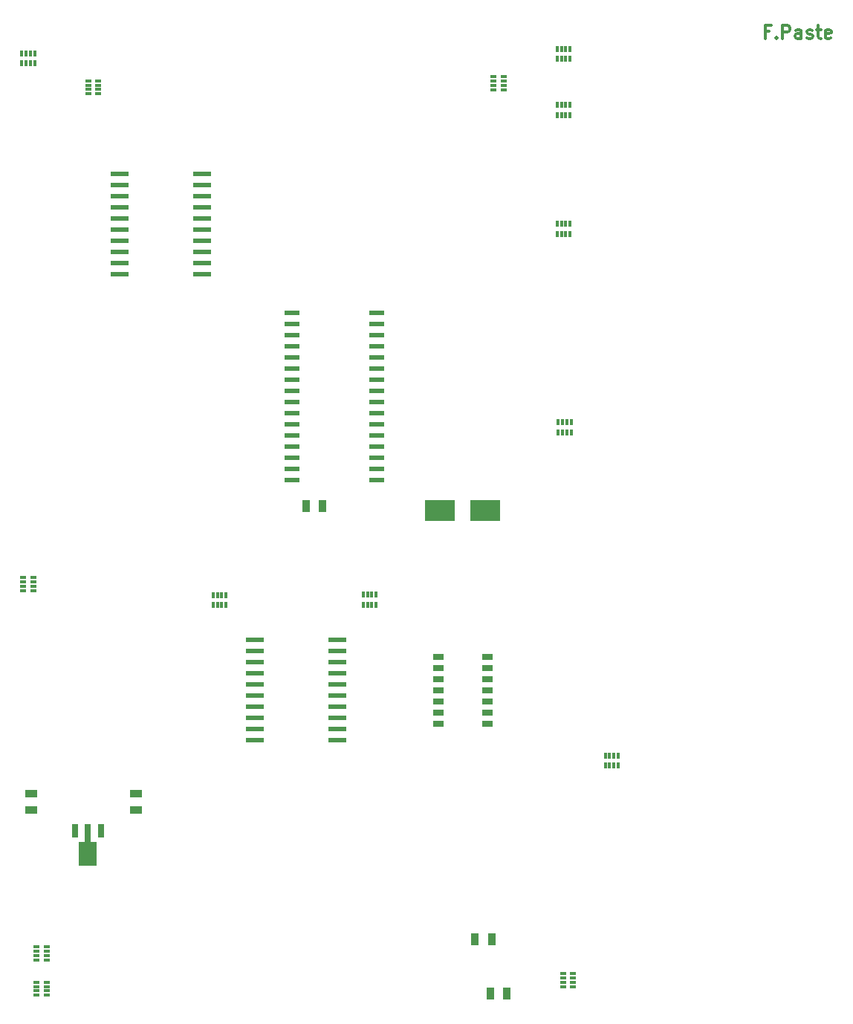
<source format=gtp>
G04 (created by PCBNEW (2013-mar-13)-testing) date Tue 15 Oct 2013 18:56:25 BST*
%MOIN*%
G04 Gerber Fmt 3.4, Leading zero omitted, Abs format*
%FSLAX34Y34*%
G01*
G70*
G90*
G04 APERTURE LIST*
%ADD10C,0.005906*%
%ADD11C,0.011811*%
%ADD12R,0.025600X0.011800*%
%ADD13R,0.011800X0.025600*%
%ADD14R,0.050000X0.025000*%
%ADD15R,0.078740X0.023622*%
%ADD16R,0.055000X0.035000*%
%ADD17R,0.027600X0.063000*%
%ADD18R,0.027600X0.082700*%
%ADD19R,0.078700X0.108300*%
%ADD20R,0.035000X0.055000*%
%ADD21R,0.131890X0.096457*%
%ADD22R,0.070984X0.021988*%
G04 APERTURE END LIST*
G54D10*
G54D11*
X45649Y-7851D02*
X45452Y-7851D01*
X45452Y-8160D02*
X45452Y-7570D01*
X45733Y-7570D01*
X45958Y-8104D02*
X45987Y-8132D01*
X45958Y-8160D01*
X45930Y-8132D01*
X45958Y-8104D01*
X45958Y-8160D01*
X46240Y-8160D02*
X46240Y-7570D01*
X46465Y-7570D01*
X46521Y-7598D01*
X46549Y-7626D01*
X46577Y-7682D01*
X46577Y-7767D01*
X46549Y-7823D01*
X46521Y-7851D01*
X46465Y-7879D01*
X46240Y-7879D01*
X47083Y-8160D02*
X47083Y-7851D01*
X47055Y-7795D01*
X46999Y-7767D01*
X46886Y-7767D01*
X46830Y-7795D01*
X47083Y-8132D02*
X47027Y-8160D01*
X46886Y-8160D01*
X46830Y-8132D01*
X46802Y-8076D01*
X46802Y-8020D01*
X46830Y-7964D01*
X46886Y-7935D01*
X47027Y-7935D01*
X47083Y-7907D01*
X47336Y-8132D02*
X47393Y-8160D01*
X47505Y-8160D01*
X47561Y-8132D01*
X47589Y-8076D01*
X47589Y-8048D01*
X47561Y-7992D01*
X47505Y-7964D01*
X47421Y-7964D01*
X47365Y-7935D01*
X47336Y-7879D01*
X47336Y-7851D01*
X47365Y-7795D01*
X47421Y-7767D01*
X47505Y-7767D01*
X47561Y-7795D01*
X47758Y-7767D02*
X47983Y-7767D01*
X47843Y-7570D02*
X47843Y-8076D01*
X47871Y-8132D01*
X47927Y-8160D01*
X47983Y-8160D01*
X48405Y-8132D02*
X48349Y-8160D01*
X48236Y-8160D01*
X48180Y-8132D01*
X48152Y-8076D01*
X48152Y-7851D01*
X48180Y-7795D01*
X48236Y-7767D01*
X48349Y-7767D01*
X48405Y-7795D01*
X48433Y-7851D01*
X48433Y-7907D01*
X48152Y-7964D01*
G54D12*
X36386Y-50098D03*
X36386Y-50295D03*
X36386Y-50492D03*
X36386Y-50689D03*
X36839Y-50689D03*
X36839Y-50492D03*
X36839Y-50295D03*
X36839Y-50098D03*
X13220Y-51082D03*
X13220Y-50885D03*
X13220Y-50688D03*
X13220Y-50491D03*
X12767Y-50491D03*
X12767Y-50688D03*
X12767Y-50885D03*
X12767Y-51082D03*
X13220Y-49507D03*
X13220Y-49310D03*
X13220Y-49113D03*
X13220Y-48916D03*
X12767Y-48916D03*
X12767Y-49113D03*
X12767Y-49310D03*
X12767Y-49507D03*
G54D13*
X38877Y-40323D03*
X38680Y-40323D03*
X38483Y-40323D03*
X38286Y-40323D03*
X38286Y-40776D03*
X38483Y-40776D03*
X38680Y-40776D03*
X38877Y-40776D03*
X36173Y-25826D03*
X36370Y-25826D03*
X36567Y-25826D03*
X36764Y-25826D03*
X36764Y-25373D03*
X36567Y-25373D03*
X36370Y-25373D03*
X36173Y-25373D03*
X36122Y-16920D03*
X36319Y-16920D03*
X36516Y-16920D03*
X36713Y-16920D03*
X36713Y-16467D03*
X36516Y-16467D03*
X36319Y-16467D03*
X36122Y-16467D03*
X36122Y-11605D03*
X36319Y-11605D03*
X36516Y-11605D03*
X36713Y-11605D03*
X36713Y-11152D03*
X36516Y-11152D03*
X36319Y-11152D03*
X36122Y-11152D03*
G54D12*
X33275Y-9862D03*
X33275Y-10059D03*
X33275Y-10256D03*
X33275Y-10453D03*
X33728Y-10453D03*
X33728Y-10256D03*
X33728Y-10059D03*
X33728Y-9862D03*
X15542Y-10649D03*
X15542Y-10452D03*
X15542Y-10255D03*
X15542Y-10058D03*
X15089Y-10058D03*
X15089Y-10255D03*
X15089Y-10452D03*
X15089Y-10649D03*
G54D14*
X30789Y-35901D03*
X30789Y-36401D03*
X30789Y-36901D03*
X30789Y-37401D03*
X30789Y-37901D03*
X30789Y-38401D03*
X30789Y-38901D03*
X32989Y-38901D03*
X32989Y-38401D03*
X32989Y-37901D03*
X32989Y-37401D03*
X32989Y-36901D03*
X32989Y-36401D03*
X32989Y-35901D03*
G54D15*
X22559Y-35151D03*
X22559Y-35651D03*
X22559Y-36151D03*
X22559Y-36651D03*
X22559Y-37151D03*
X22559Y-37651D03*
X22559Y-38151D03*
X22559Y-38651D03*
X22559Y-39151D03*
X22559Y-39651D03*
X26259Y-39651D03*
X26259Y-39151D03*
X26259Y-38651D03*
X26259Y-38151D03*
X26259Y-37651D03*
X26259Y-37151D03*
X26259Y-36651D03*
X26259Y-36151D03*
X26259Y-35651D03*
X26259Y-35151D03*
G54D13*
X12106Y-9283D03*
X12303Y-9283D03*
X12500Y-9283D03*
X12697Y-9283D03*
X12697Y-8830D03*
X12500Y-8830D03*
X12303Y-8830D03*
X12106Y-8830D03*
X36122Y-9086D03*
X36319Y-9086D03*
X36516Y-9086D03*
X36713Y-9086D03*
X36713Y-8633D03*
X36516Y-8633D03*
X36319Y-8633D03*
X36122Y-8633D03*
G54D15*
X16496Y-14246D03*
X16496Y-14746D03*
X16496Y-15246D03*
X16496Y-15746D03*
X16496Y-16246D03*
X16496Y-16746D03*
X16496Y-17246D03*
X16496Y-17746D03*
X16496Y-18246D03*
X16496Y-18746D03*
X20196Y-18746D03*
X20196Y-18246D03*
X20196Y-17746D03*
X20196Y-17246D03*
X20196Y-16746D03*
X20196Y-16246D03*
X20196Y-15746D03*
X20196Y-15246D03*
X20196Y-14746D03*
X20196Y-14246D03*
G54D16*
X12519Y-42776D03*
X12519Y-42026D03*
X17244Y-42776D03*
X17244Y-42026D03*
G54D12*
X12173Y-32342D03*
X12173Y-32539D03*
X12173Y-32736D03*
X12173Y-32933D03*
X12626Y-32933D03*
X12626Y-32736D03*
X12626Y-32539D03*
X12626Y-32342D03*
G54D13*
X20689Y-33574D03*
X20886Y-33574D03*
X21083Y-33574D03*
X21280Y-33574D03*
X21280Y-33121D03*
X21083Y-33121D03*
X20886Y-33121D03*
X20689Y-33121D03*
X28011Y-33118D03*
X27814Y-33118D03*
X27617Y-33118D03*
X27420Y-33118D03*
X27420Y-33571D03*
X27617Y-33571D03*
X27814Y-33571D03*
X28011Y-33571D03*
G54D17*
X15669Y-43700D03*
G54D18*
X15078Y-43798D03*
G54D17*
X14487Y-43700D03*
G54D19*
X15078Y-44743D03*
G54D20*
X24851Y-29143D03*
X25601Y-29143D03*
G54D21*
X30866Y-29340D03*
X32913Y-29340D03*
G54D20*
X33125Y-51000D03*
X33875Y-51000D03*
X33199Y-48572D03*
X32449Y-48572D03*
G54D22*
X24228Y-20460D03*
X24228Y-20960D03*
X24228Y-21460D03*
X24228Y-21960D03*
X24228Y-22460D03*
X24228Y-22960D03*
X24228Y-23460D03*
X24228Y-23960D03*
X24228Y-24460D03*
X24228Y-24960D03*
X24228Y-25460D03*
X24228Y-25960D03*
X24228Y-26460D03*
X24228Y-26960D03*
X24228Y-27460D03*
X24228Y-27960D03*
X28027Y-27960D03*
X28027Y-27460D03*
X28027Y-26960D03*
X28027Y-26460D03*
X28027Y-25960D03*
X28027Y-25460D03*
X28027Y-24960D03*
X28027Y-24460D03*
X28027Y-23960D03*
X28027Y-23460D03*
X28027Y-22960D03*
X28027Y-22460D03*
X28027Y-21960D03*
X28027Y-21460D03*
X28027Y-20960D03*
X28027Y-20460D03*
M02*

</source>
